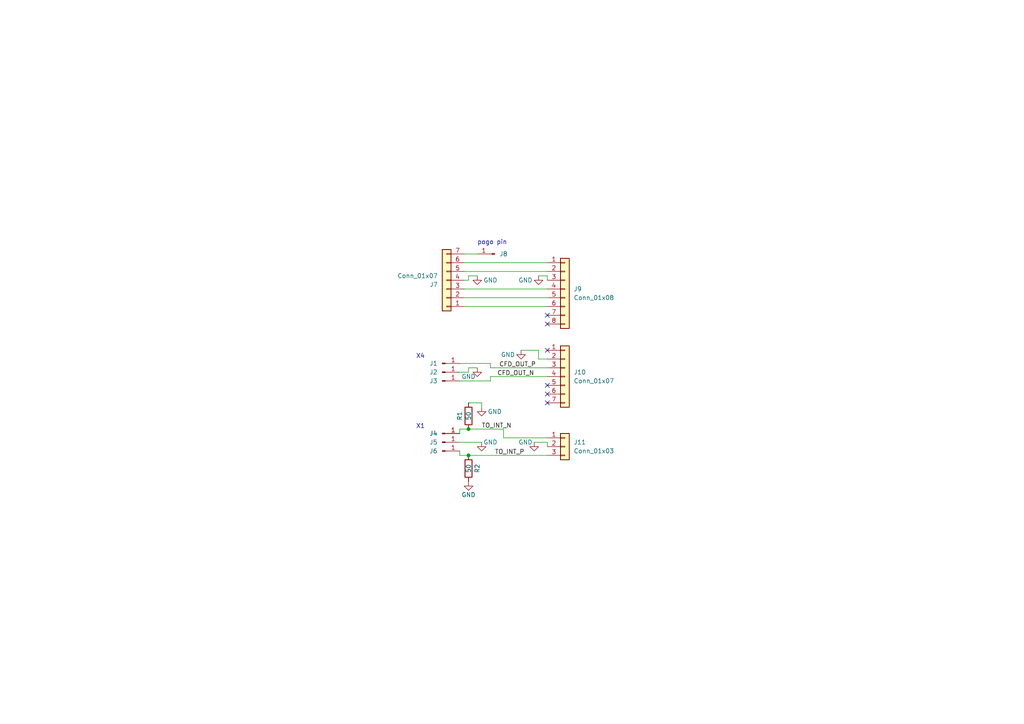
<source format=kicad_sch>
(kicad_sch (version 20230121) (generator eeschema)

  (uuid 48ce9b16-b9c8-4696-bdc3-9fd396081943)

  (paper "A4")

  (lib_symbols
    (symbol "Connector:Conn_01x01_Pin" (pin_names (offset 1.016) hide) (in_bom yes) (on_board yes)
      (property "Reference" "J" (at 0 2.54 0)
        (effects (font (size 1.27 1.27)))
      )
      (property "Value" "Conn_01x01_Pin" (at 0 -2.54 0)
        (effects (font (size 1.27 1.27)))
      )
      (property "Footprint" "" (at 0 0 0)
        (effects (font (size 1.27 1.27)) hide)
      )
      (property "Datasheet" "~" (at 0 0 0)
        (effects (font (size 1.27 1.27)) hide)
      )
      (property "ki_locked" "" (at 0 0 0)
        (effects (font (size 1.27 1.27)))
      )
      (property "ki_keywords" "connector" (at 0 0 0)
        (effects (font (size 1.27 1.27)) hide)
      )
      (property "ki_description" "Generic connector, single row, 01x01, script generated" (at 0 0 0)
        (effects (font (size 1.27 1.27)) hide)
      )
      (property "ki_fp_filters" "Connector*:*_1x??_*" (at 0 0 0)
        (effects (font (size 1.27 1.27)) hide)
      )
      (symbol "Conn_01x01_Pin_1_1"
        (polyline
          (pts
            (xy 1.27 0)
            (xy 0.8636 0)
          )
          (stroke (width 0.1524) (type default))
          (fill (type none))
        )
        (rectangle (start 0.8636 0.127) (end 0 -0.127)
          (stroke (width 0.1524) (type default))
          (fill (type outline))
        )
        (pin passive line (at 5.08 0 180) (length 3.81)
          (name "Pin_1" (effects (font (size 1.27 1.27))))
          (number "1" (effects (font (size 1.27 1.27))))
        )
      )
    )
    (symbol "Connector_Generic:Conn_01x03" (pin_names (offset 1.016) hide) (in_bom yes) (on_board yes)
      (property "Reference" "J" (at 0 5.08 0)
        (effects (font (size 1.27 1.27)))
      )
      (property "Value" "Conn_01x03" (at 0 -5.08 0)
        (effects (font (size 1.27 1.27)))
      )
      (property "Footprint" "" (at 0 0 0)
        (effects (font (size 1.27 1.27)) hide)
      )
      (property "Datasheet" "~" (at 0 0 0)
        (effects (font (size 1.27 1.27)) hide)
      )
      (property "ki_keywords" "connector" (at 0 0 0)
        (effects (font (size 1.27 1.27)) hide)
      )
      (property "ki_description" "Generic connector, single row, 01x03, script generated (kicad-library-utils/schlib/autogen/connector/)" (at 0 0 0)
        (effects (font (size 1.27 1.27)) hide)
      )
      (property "ki_fp_filters" "Connector*:*_1x??_*" (at 0 0 0)
        (effects (font (size 1.27 1.27)) hide)
      )
      (symbol "Conn_01x03_1_1"
        (rectangle (start -1.27 -2.413) (end 0 -2.667)
          (stroke (width 0.1524) (type default))
          (fill (type none))
        )
        (rectangle (start -1.27 0.127) (end 0 -0.127)
          (stroke (width 0.1524) (type default))
          (fill (type none))
        )
        (rectangle (start -1.27 2.667) (end 0 2.413)
          (stroke (width 0.1524) (type default))
          (fill (type none))
        )
        (rectangle (start -1.27 3.81) (end 1.27 -3.81)
          (stroke (width 0.254) (type default))
          (fill (type background))
        )
        (pin passive line (at -5.08 2.54 0) (length 3.81)
          (name "Pin_1" (effects (font (size 1.27 1.27))))
          (number "1" (effects (font (size 1.27 1.27))))
        )
        (pin passive line (at -5.08 0 0) (length 3.81)
          (name "Pin_2" (effects (font (size 1.27 1.27))))
          (number "2" (effects (font (size 1.27 1.27))))
        )
        (pin passive line (at -5.08 -2.54 0) (length 3.81)
          (name "Pin_3" (effects (font (size 1.27 1.27))))
          (number "3" (effects (font (size 1.27 1.27))))
        )
      )
    )
    (symbol "Connector_Generic:Conn_01x07" (pin_names (offset 1.016) hide) (in_bom yes) (on_board yes)
      (property "Reference" "J" (at 0 10.16 0)
        (effects (font (size 1.27 1.27)))
      )
      (property "Value" "Conn_01x07" (at 0 -10.16 0)
        (effects (font (size 1.27 1.27)))
      )
      (property "Footprint" "" (at 0 0 0)
        (effects (font (size 1.27 1.27)) hide)
      )
      (property "Datasheet" "~" (at 0 0 0)
        (effects (font (size 1.27 1.27)) hide)
      )
      (property "ki_keywords" "connector" (at 0 0 0)
        (effects (font (size 1.27 1.27)) hide)
      )
      (property "ki_description" "Generic connector, single row, 01x07, script generated (kicad-library-utils/schlib/autogen/connector/)" (at 0 0 0)
        (effects (font (size 1.27 1.27)) hide)
      )
      (property "ki_fp_filters" "Connector*:*_1x??_*" (at 0 0 0)
        (effects (font (size 1.27 1.27)) hide)
      )
      (symbol "Conn_01x07_1_1"
        (rectangle (start -1.27 -7.493) (end 0 -7.747)
          (stroke (width 0.1524) (type default))
          (fill (type none))
        )
        (rectangle (start -1.27 -4.953) (end 0 -5.207)
          (stroke (width 0.1524) (type default))
          (fill (type none))
        )
        (rectangle (start -1.27 -2.413) (end 0 -2.667)
          (stroke (width 0.1524) (type default))
          (fill (type none))
        )
        (rectangle (start -1.27 0.127) (end 0 -0.127)
          (stroke (width 0.1524) (type default))
          (fill (type none))
        )
        (rectangle (start -1.27 2.667) (end 0 2.413)
          (stroke (width 0.1524) (type default))
          (fill (type none))
        )
        (rectangle (start -1.27 5.207) (end 0 4.953)
          (stroke (width 0.1524) (type default))
          (fill (type none))
        )
        (rectangle (start -1.27 7.747) (end 0 7.493)
          (stroke (width 0.1524) (type default))
          (fill (type none))
        )
        (rectangle (start -1.27 8.89) (end 1.27 -8.89)
          (stroke (width 0.254) (type default))
          (fill (type background))
        )
        (pin passive line (at -5.08 7.62 0) (length 3.81)
          (name "Pin_1" (effects (font (size 1.27 1.27))))
          (number "1" (effects (font (size 1.27 1.27))))
        )
        (pin passive line (at -5.08 5.08 0) (length 3.81)
          (name "Pin_2" (effects (font (size 1.27 1.27))))
          (number "2" (effects (font (size 1.27 1.27))))
        )
        (pin passive line (at -5.08 2.54 0) (length 3.81)
          (name "Pin_3" (effects (font (size 1.27 1.27))))
          (number "3" (effects (font (size 1.27 1.27))))
        )
        (pin passive line (at -5.08 0 0) (length 3.81)
          (name "Pin_4" (effects (font (size 1.27 1.27))))
          (number "4" (effects (font (size 1.27 1.27))))
        )
        (pin passive line (at -5.08 -2.54 0) (length 3.81)
          (name "Pin_5" (effects (font (size 1.27 1.27))))
          (number "5" (effects (font (size 1.27 1.27))))
        )
        (pin passive line (at -5.08 -5.08 0) (length 3.81)
          (name "Pin_6" (effects (font (size 1.27 1.27))))
          (number "6" (effects (font (size 1.27 1.27))))
        )
        (pin passive line (at -5.08 -7.62 0) (length 3.81)
          (name "Pin_7" (effects (font (size 1.27 1.27))))
          (number "7" (effects (font (size 1.27 1.27))))
        )
      )
    )
    (symbol "Connector_Generic:Conn_01x08" (pin_names (offset 1.016) hide) (in_bom yes) (on_board yes)
      (property "Reference" "J" (at 0 10.16 0)
        (effects (font (size 1.27 1.27)))
      )
      (property "Value" "Conn_01x08" (at 0 -12.7 0)
        (effects (font (size 1.27 1.27)))
      )
      (property "Footprint" "" (at 0 0 0)
        (effects (font (size 1.27 1.27)) hide)
      )
      (property "Datasheet" "~" (at 0 0 0)
        (effects (font (size 1.27 1.27)) hide)
      )
      (property "ki_keywords" "connector" (at 0 0 0)
        (effects (font (size 1.27 1.27)) hide)
      )
      (property "ki_description" "Generic connector, single row, 01x08, script generated (kicad-library-utils/schlib/autogen/connector/)" (at 0 0 0)
        (effects (font (size 1.27 1.27)) hide)
      )
      (property "ki_fp_filters" "Connector*:*_1x??_*" (at 0 0 0)
        (effects (font (size 1.27 1.27)) hide)
      )
      (symbol "Conn_01x08_1_1"
        (rectangle (start -1.27 -10.033) (end 0 -10.287)
          (stroke (width 0.1524) (type default))
          (fill (type none))
        )
        (rectangle (start -1.27 -7.493) (end 0 -7.747)
          (stroke (width 0.1524) (type default))
          (fill (type none))
        )
        (rectangle (start -1.27 -4.953) (end 0 -5.207)
          (stroke (width 0.1524) (type default))
          (fill (type none))
        )
        (rectangle (start -1.27 -2.413) (end 0 -2.667)
          (stroke (width 0.1524) (type default))
          (fill (type none))
        )
        (rectangle (start -1.27 0.127) (end 0 -0.127)
          (stroke (width 0.1524) (type default))
          (fill (type none))
        )
        (rectangle (start -1.27 2.667) (end 0 2.413)
          (stroke (width 0.1524) (type default))
          (fill (type none))
        )
        (rectangle (start -1.27 5.207) (end 0 4.953)
          (stroke (width 0.1524) (type default))
          (fill (type none))
        )
        (rectangle (start -1.27 7.747) (end 0 7.493)
          (stroke (width 0.1524) (type default))
          (fill (type none))
        )
        (rectangle (start -1.27 8.89) (end 1.27 -11.43)
          (stroke (width 0.254) (type default))
          (fill (type background))
        )
        (pin passive line (at -5.08 7.62 0) (length 3.81)
          (name "Pin_1" (effects (font (size 1.27 1.27))))
          (number "1" (effects (font (size 1.27 1.27))))
        )
        (pin passive line (at -5.08 5.08 0) (length 3.81)
          (name "Pin_2" (effects (font (size 1.27 1.27))))
          (number "2" (effects (font (size 1.27 1.27))))
        )
        (pin passive line (at -5.08 2.54 0) (length 3.81)
          (name "Pin_3" (effects (font (size 1.27 1.27))))
          (number "3" (effects (font (size 1.27 1.27))))
        )
        (pin passive line (at -5.08 0 0) (length 3.81)
          (name "Pin_4" (effects (font (size 1.27 1.27))))
          (number "4" (effects (font (size 1.27 1.27))))
        )
        (pin passive line (at -5.08 -2.54 0) (length 3.81)
          (name "Pin_5" (effects (font (size 1.27 1.27))))
          (number "5" (effects (font (size 1.27 1.27))))
        )
        (pin passive line (at -5.08 -5.08 0) (length 3.81)
          (name "Pin_6" (effects (font (size 1.27 1.27))))
          (number "6" (effects (font (size 1.27 1.27))))
        )
        (pin passive line (at -5.08 -7.62 0) (length 3.81)
          (name "Pin_7" (effects (font (size 1.27 1.27))))
          (number "7" (effects (font (size 1.27 1.27))))
        )
        (pin passive line (at -5.08 -10.16 0) (length 3.81)
          (name "Pin_8" (effects (font (size 1.27 1.27))))
          (number "8" (effects (font (size 1.27 1.27))))
        )
      )
    )
    (symbol "Device:R" (pin_numbers hide) (pin_names (offset 0)) (in_bom yes) (on_board yes)
      (property "Reference" "R" (at 2.032 0 90)
        (effects (font (size 1.27 1.27)))
      )
      (property "Value" "R" (at 0 0 90)
        (effects (font (size 1.27 1.27)))
      )
      (property "Footprint" "" (at -1.778 0 90)
        (effects (font (size 1.27 1.27)) hide)
      )
      (property "Datasheet" "~" (at 0 0 0)
        (effects (font (size 1.27 1.27)) hide)
      )
      (property "ki_keywords" "R res resistor" (at 0 0 0)
        (effects (font (size 1.27 1.27)) hide)
      )
      (property "ki_description" "Resistor" (at 0 0 0)
        (effects (font (size 1.27 1.27)) hide)
      )
      (property "ki_fp_filters" "R_*" (at 0 0 0)
        (effects (font (size 1.27 1.27)) hide)
      )
      (symbol "R_0_1"
        (rectangle (start -1.016 -2.54) (end 1.016 2.54)
          (stroke (width 0.254) (type default))
          (fill (type none))
        )
      )
      (symbol "R_1_1"
        (pin passive line (at 0 3.81 270) (length 1.27)
          (name "~" (effects (font (size 1.27 1.27))))
          (number "1" (effects (font (size 1.27 1.27))))
        )
        (pin passive line (at 0 -3.81 90) (length 1.27)
          (name "~" (effects (font (size 1.27 1.27))))
          (number "2" (effects (font (size 1.27 1.27))))
        )
      )
    )
    (symbol "power:GND" (power) (pin_names (offset 0)) (in_bom yes) (on_board yes)
      (property "Reference" "#PWR" (at 0 -6.35 0)
        (effects (font (size 1.27 1.27)) hide)
      )
      (property "Value" "GND" (at 0 -3.81 0)
        (effects (font (size 1.27 1.27)))
      )
      (property "Footprint" "" (at 0 0 0)
        (effects (font (size 1.27 1.27)) hide)
      )
      (property "Datasheet" "" (at 0 0 0)
        (effects (font (size 1.27 1.27)) hide)
      )
      (property "ki_keywords" "global power" (at 0 0 0)
        (effects (font (size 1.27 1.27)) hide)
      )
      (property "ki_description" "Power symbol creates a global label with name \"GND\" , ground" (at 0 0 0)
        (effects (font (size 1.27 1.27)) hide)
      )
      (symbol "GND_0_1"
        (polyline
          (pts
            (xy 0 0)
            (xy 0 -1.27)
            (xy 1.27 -1.27)
            (xy 0 -2.54)
            (xy -1.27 -1.27)
            (xy 0 -1.27)
          )
          (stroke (width 0) (type default))
          (fill (type none))
        )
      )
      (symbol "GND_1_1"
        (pin power_in line (at 0 0 270) (length 0) hide
          (name "GND" (effects (font (size 1.27 1.27))))
          (number "1" (effects (font (size 1.27 1.27))))
        )
      )
    )
  )

  (junction (at 135.89 132.08) (diameter 0) (color 0 0 0 0)
    (uuid 103c381b-3a7b-412c-8ab1-2cb62d353d4c)
  )
  (junction (at 135.89 124.46) (diameter 0) (color 0 0 0 0)
    (uuid cbe4047f-6eaf-4f7b-9a52-cba0699c72b5)
  )

  (no_connect (at 158.75 91.44) (uuid 20095bf6-4596-4c3e-8bd4-9b200897a19b))
  (no_connect (at 158.75 93.98) (uuid 56423bbd-0d07-4a56-bbe0-a807d2dc2163))
  (no_connect (at 158.75 101.6) (uuid 6c2cc03f-29ec-4dea-b4e8-83e6652447e1))
  (no_connect (at 158.75 111.76) (uuid 7302d28a-7ac2-4bae-a8af-4ede20aba3a5))
  (no_connect (at 158.75 114.3) (uuid 7521cbc5-ac44-41dd-aae2-ca44290a1237))
  (no_connect (at 158.75 116.84) (uuid fed288a6-2df7-4237-a49f-08d28ecef52c))

  (wire (pts (xy 142.24 109.22) (xy 142.24 110.49))
    (stroke (width 0) (type default))
    (uuid 06180521-a5dc-4e6c-b3fd-3adb774fb2d9)
  )
  (wire (pts (xy 139.7 116.84) (xy 139.7 118.11))
    (stroke (width 0) (type default))
    (uuid 16d43dfc-5c33-4170-983e-82fbb33b1d8d)
  )
  (wire (pts (xy 133.35 132.08) (xy 133.35 130.81))
    (stroke (width 0) (type default))
    (uuid 1a8062d3-4fc5-458d-850b-03595f332f25)
  )
  (wire (pts (xy 156.21 101.6) (xy 156.21 104.14))
    (stroke (width 0) (type default))
    (uuid 1bcbb0a2-b821-4760-861d-9bcf2d0a7d0f)
  )
  (wire (pts (xy 156.21 104.14) (xy 158.75 104.14))
    (stroke (width 0) (type default))
    (uuid 24afbe62-adb8-4414-a80c-9add193f45bd)
  )
  (wire (pts (xy 151.13 101.6) (xy 156.21 101.6))
    (stroke (width 0) (type default))
    (uuid 25ad2328-db36-49b5-a98b-6d756c37be72)
  )
  (wire (pts (xy 142.24 110.49) (xy 133.35 110.49))
    (stroke (width 0) (type default))
    (uuid 2fb827c8-1adb-4fb8-b2f0-79a03307751e)
  )
  (wire (pts (xy 158.75 128.27) (xy 154.94 128.27))
    (stroke (width 0) (type default))
    (uuid 34aac258-42ed-42c5-80bb-c9525c289e8c)
  )
  (wire (pts (xy 142.24 105.41) (xy 133.35 105.41))
    (stroke (width 0) (type default))
    (uuid 35415e67-7868-4487-9315-6ba286769185)
  )
  (wire (pts (xy 135.89 107.95) (xy 133.35 107.95))
    (stroke (width 0) (type default))
    (uuid 380d1bab-c777-44f2-8368-c52431a58616)
  )
  (wire (pts (xy 133.35 128.27) (xy 139.7 128.27))
    (stroke (width 0) (type default))
    (uuid 3d1b91d5-7cd6-494a-bdbf-d9ecbc3a4b5e)
  )
  (wire (pts (xy 146.05 124.46) (xy 146.05 127))
    (stroke (width 0) (type default))
    (uuid 4f0f578e-c955-407f-beb9-d46de9ed170d)
  )
  (wire (pts (xy 158.75 106.68) (xy 142.24 106.68))
    (stroke (width 0) (type default))
    (uuid 5ec29dc4-c606-4db6-8063-cd221a366214)
  )
  (wire (pts (xy 158.75 80.01) (xy 158.75 81.28))
    (stroke (width 0) (type default))
    (uuid 64e566c4-daa5-4c85-b0d3-5a9fb0edbcbf)
  )
  (wire (pts (xy 135.89 80.01) (xy 135.89 81.28))
    (stroke (width 0) (type default))
    (uuid 7e7c61d1-ddd8-4e68-acfb-14dd67abce90)
  )
  (wire (pts (xy 158.75 109.22) (xy 142.24 109.22))
    (stroke (width 0) (type default))
    (uuid 8374b3e2-e753-4d4e-821a-62fd2b5e4f1b)
  )
  (wire (pts (xy 135.89 80.01) (xy 138.43 80.01))
    (stroke (width 0) (type default))
    (uuid 887236e2-ac07-4d19-b2de-5ce8f89231bb)
  )
  (wire (pts (xy 135.89 106.68) (xy 138.43 106.68))
    (stroke (width 0) (type default))
    (uuid 8b002007-955c-425b-ae08-d28e34bcc841)
  )
  (wire (pts (xy 133.35 132.08) (xy 135.89 132.08))
    (stroke (width 0) (type default))
    (uuid 8fa29c47-73bd-44d9-9bfc-2f04de29ed69)
  )
  (wire (pts (xy 156.21 80.01) (xy 158.75 80.01))
    (stroke (width 0) (type default))
    (uuid 945e5825-407e-4381-bc6e-77dae771edf0)
  )
  (wire (pts (xy 138.43 73.66) (xy 134.62 73.66))
    (stroke (width 0) (type default))
    (uuid 946cc056-d4e1-49f1-9671-40bfac26a030)
  )
  (wire (pts (xy 135.89 116.84) (xy 139.7 116.84))
    (stroke (width 0) (type default))
    (uuid a0e22fab-87a5-4bd6-9b67-7c7431f65dd2)
  )
  (wire (pts (xy 134.62 83.82) (xy 158.75 83.82))
    (stroke (width 0) (type default))
    (uuid a0fb52ac-39b1-44d8-b265-03767307b102)
  )
  (wire (pts (xy 142.24 106.68) (xy 142.24 105.41))
    (stroke (width 0) (type default))
    (uuid b0f7303d-1043-4d30-b9fe-c85782b75219)
  )
  (wire (pts (xy 134.62 76.2) (xy 158.75 76.2))
    (stroke (width 0) (type default))
    (uuid b1951fb9-cdd1-4fe7-9f75-c7c6c069d385)
  )
  (wire (pts (xy 133.35 124.46) (xy 135.89 124.46))
    (stroke (width 0) (type default))
    (uuid baa1a635-77e0-4568-8793-62d24281ee26)
  )
  (wire (pts (xy 134.62 78.74) (xy 158.75 78.74))
    (stroke (width 0) (type default))
    (uuid bf493295-68c9-4c05-9a6e-f17d6bd5097d)
  )
  (wire (pts (xy 135.89 132.08) (xy 158.75 132.08))
    (stroke (width 0) (type default))
    (uuid c4ac2e86-0747-4b5a-a2d4-3a50709dcbf7)
  )
  (wire (pts (xy 133.35 124.46) (xy 133.35 125.73))
    (stroke (width 0) (type default))
    (uuid cd7ca22c-109b-4256-9654-7fd20990c157)
  )
  (wire (pts (xy 135.89 106.68) (xy 135.89 107.95))
    (stroke (width 0) (type default))
    (uuid d8f9d6b0-13c0-4632-80bf-da9a36fccc1c)
  )
  (wire (pts (xy 134.62 88.9) (xy 158.75 88.9))
    (stroke (width 0) (type default))
    (uuid e8f8af8f-7355-4de0-afb9-135bd954d2ba)
  )
  (wire (pts (xy 134.62 86.36) (xy 158.75 86.36))
    (stroke (width 0) (type default))
    (uuid ec15b0c4-ddfb-4dac-b404-35daf9d32262)
  )
  (wire (pts (xy 146.05 127) (xy 158.75 127))
    (stroke (width 0) (type default))
    (uuid eda0d56c-40c7-4fae-b889-811a6de6e440)
  )
  (wire (pts (xy 158.75 129.54) (xy 158.75 128.27))
    (stroke (width 0) (type default))
    (uuid f2151585-c3c5-4c70-bdf4-d8aa52877b86)
  )
  (wire (pts (xy 135.89 81.28) (xy 134.62 81.28))
    (stroke (width 0) (type default))
    (uuid f4d5093a-a28a-4f31-801a-7dfb0c3edfb1)
  )
  (wire (pts (xy 135.89 124.46) (xy 146.05 124.46))
    (stroke (width 0) (type default))
    (uuid f8f6739e-96c9-4fc7-8ce5-bdd5ad610343)
  )

  (text "X1" (at 120.65 124.46 0)
    (effects (font (size 1.27 1.27)) (justify left bottom))
    (uuid 31933c96-5f49-4712-a061-b7a1142736e0)
  )
  (text "pogo pin\n" (at 138.43 71.12 0)
    (effects (font (size 1.27 1.27)) (justify left bottom))
    (uuid 58c1c8f5-4934-44cb-b2b5-c2aea8468997)
  )
  (text "X4\n" (at 120.65 104.14 0)
    (effects (font (size 1.27 1.27)) (justify left bottom))
    (uuid 5e6ebdf3-c8fb-45c5-98fd-a3c6181d2542)
  )

  (label "TO_INT_P" (at 143.51 132.08 0) (fields_autoplaced)
    (effects (font (size 1.27 1.27)) (justify left bottom))
    (uuid 2b60384b-c6b7-4571-a8fb-a365db1c5962)
  )
  (label "TO_INT_N" (at 139.7 124.46 0) (fields_autoplaced)
    (effects (font (size 1.27 1.27)) (justify left bottom))
    (uuid 748d6263-59a4-43f6-84e5-593865b1bcd0)
  )
  (label "CFD_OUT_P" (at 144.78 106.68 0) (fields_autoplaced)
    (effects (font (size 1.27 1.27)) (justify left bottom))
    (uuid aa55d0c1-9f98-4881-84e1-91f48dfb35f0)
  )
  (label "CFD_OUT_N" (at 154.94 109.22 180) (fields_autoplaced)
    (effects (font (size 1.27 1.27)) (justify right bottom))
    (uuid d13ae884-22e2-4edc-93bb-2cfbe3bf9ad5)
  )

  (symbol (lib_id "Connector:Conn_01x01_Pin") (at 128.27 105.41 0) (unit 1)
    (in_bom yes) (on_board yes) (dnp no)
    (uuid 0647208a-986c-4855-a772-7424270b1db0)
    (property "Reference" "J1" (at 125.73 105.41 0)
      (effects (font (size 1.27 1.27)))
    )
    (property "Value" "Conn_01x01_Pin" (at 128.905 102.87 0)
      (effects (font (size 1.27 1.27)) hide)
    )
    (property "Footprint" "TestPoint:TestPoint_Loop_D1.80mm_Drill1.0mm_Beaded" (at 128.27 105.41 0)
      (effects (font (size 1.27 1.27)) hide)
    )
    (property "Datasheet" "~" (at 128.27 105.41 0)
      (effects (font (size 1.27 1.27)) hide)
    )
    (pin "1" (uuid dd6db485-5088-488b-a866-40c4096f4820))
    (instances
      (project "signal_sniffer"
        (path "/48ce9b16-b9c8-4696-bdc3-9fd396081943"
          (reference "J1") (unit 1)
        )
      )
    )
  )

  (symbol (lib_id "Connector:Conn_01x01_Pin") (at 128.27 128.27 0) (unit 1)
    (in_bom yes) (on_board yes) (dnp no)
    (uuid 0f9f37ca-4db6-4063-8596-a5e0956ebe66)
    (property "Reference" "J5" (at 125.73 128.27 0)
      (effects (font (size 1.27 1.27)))
    )
    (property "Value" "Conn_01x01_Pin" (at 128.905 125.73 0)
      (effects (font (size 1.27 1.27)) hide)
    )
    (property "Footprint" "TestPoint:TestPoint_Loop_D1.80mm_Drill1.0mm_Beaded" (at 128.27 128.27 0)
      (effects (font (size 1.27 1.27)) hide)
    )
    (property "Datasheet" "~" (at 128.27 128.27 0)
      (effects (font (size 1.27 1.27)) hide)
    )
    (pin "1" (uuid 2a16523f-0366-49f1-a287-b8562a02d722))
    (instances
      (project "signal_sniffer"
        (path "/48ce9b16-b9c8-4696-bdc3-9fd396081943"
          (reference "J5") (unit 1)
        )
      )
    )
  )

  (symbol (lib_id "Connector_Generic:Conn_01x08") (at 163.83 83.82 0) (unit 1)
    (in_bom yes) (on_board yes) (dnp no) (fields_autoplaced)
    (uuid 1d62b1dd-6cb7-4b46-bcc2-52c67226d668)
    (property "Reference" "J9" (at 166.37 83.82 0)
      (effects (font (size 1.27 1.27)) (justify left))
    )
    (property "Value" "Conn_01x08" (at 166.37 86.36 0)
      (effects (font (size 1.27 1.27)) (justify left))
    )
    (property "Footprint" "Connector_PinSocket_2.54mm:PinSocket_1x08_P2.54mm_Vertical" (at 163.83 83.82 0)
      (effects (font (size 1.27 1.27)) hide)
    )
    (property "Datasheet" "~" (at 163.83 83.82 0)
      (effects (font (size 1.27 1.27)) hide)
    )
    (pin "3" (uuid b8909af3-0b5c-4599-ad68-2a2732d0bc3f))
    (pin "4" (uuid 1cd4898b-0d31-437a-9ba2-ef135a87512c))
    (pin "2" (uuid 14e71a0f-f23d-49df-bddd-f6d58bdcb649))
    (pin "7" (uuid 0b7d48e8-db96-43ce-a7e5-34bca89f3ef2))
    (pin "1" (uuid 7262b4f2-e557-4766-8e0b-1e944ce1111c))
    (pin "8" (uuid d0c3a10d-6f6f-4c33-9a43-f636785e92c2))
    (pin "6" (uuid f9d15e86-83e1-4ca5-9151-16ac832780a7))
    (pin "5" (uuid b1284c9b-6137-44ca-b4f5-c557d9bd5b2f))
    (instances
      (project "signal_sniffer"
        (path "/48ce9b16-b9c8-4696-bdc3-9fd396081943"
          (reference "J9") (unit 1)
        )
      )
    )
  )

  (symbol (lib_id "Device:R") (at 135.89 120.65 180) (unit 1)
    (in_bom yes) (on_board yes) (dnp no)
    (uuid 376be944-5131-44ad-9aa8-f0dfb1cf1fc3)
    (property "Reference" "R1" (at 133.35 120.65 90)
      (effects (font (size 1.27 1.27)))
    )
    (property "Value" "50" (at 135.89 120.65 90)
      (effects (font (size 1.27 1.27)))
    )
    (property "Footprint" "Resistor_SMD:R_0603_1608Metric" (at 137.668 120.65 90)
      (effects (font (size 1.27 1.27)) hide)
    )
    (property "Datasheet" "~" (at 135.89 120.65 0)
      (effects (font (size 1.27 1.27)) hide)
    )
    (pin "1" (uuid 78a0eb1a-ad0a-42f6-8362-22da06e1ce82))
    (pin "2" (uuid 422bfc29-34ac-4489-ae9b-67894c00af56))
    (instances
      (project "signal_sniffer"
        (path "/48ce9b16-b9c8-4696-bdc3-9fd396081943"
          (reference "R1") (unit 1)
        )
      )
    )
  )

  (symbol (lib_id "Connector:Conn_01x01_Pin") (at 128.27 107.95 0) (unit 1)
    (in_bom yes) (on_board yes) (dnp no)
    (uuid 470931fd-d009-44af-a33a-908404a7a1c5)
    (property "Reference" "J2" (at 125.73 107.95 0)
      (effects (font (size 1.27 1.27)))
    )
    (property "Value" "Conn_01x01_Pin" (at 128.905 105.41 0)
      (effects (font (size 1.27 1.27)) hide)
    )
    (property "Footprint" "TestPoint:TestPoint_Loop_D1.80mm_Drill1.0mm_Beaded" (at 128.27 107.95 0)
      (effects (font (size 1.27 1.27)) hide)
    )
    (property "Datasheet" "~" (at 128.27 107.95 0)
      (effects (font (size 1.27 1.27)) hide)
    )
    (pin "1" (uuid 6bf7d6de-66e3-4f5f-ac02-8abdfa8b568b))
    (instances
      (project "signal_sniffer"
        (path "/48ce9b16-b9c8-4696-bdc3-9fd396081943"
          (reference "J2") (unit 1)
        )
      )
    )
  )

  (symbol (lib_id "power:GND") (at 139.7 118.11 0) (unit 1)
    (in_bom yes) (on_board yes) (dnp no)
    (uuid 71249427-3069-4ad4-ab8c-e0c57efd69d8)
    (property "Reference" "#PWR04" (at 139.7 124.46 0)
      (effects (font (size 1.27 1.27)) hide)
    )
    (property "Value" "GND" (at 143.51 119.38 0)
      (effects (font (size 1.27 1.27)))
    )
    (property "Footprint" "" (at 139.7 118.11 0)
      (effects (font (size 1.27 1.27)) hide)
    )
    (property "Datasheet" "" (at 139.7 118.11 0)
      (effects (font (size 1.27 1.27)) hide)
    )
    (pin "1" (uuid b5400d23-2d71-4136-904d-0350bf1c32a5))
    (instances
      (project "signal_sniffer"
        (path "/48ce9b16-b9c8-4696-bdc3-9fd396081943"
          (reference "#PWR04") (unit 1)
        )
      )
    )
  )

  (symbol (lib_id "Connector:Conn_01x01_Pin") (at 128.27 110.49 0) (unit 1)
    (in_bom yes) (on_board yes) (dnp no)
    (uuid 900695d1-2426-42fe-afba-95015f0c0f6f)
    (property "Reference" "J3" (at 125.73 110.49 0)
      (effects (font (size 1.27 1.27)))
    )
    (property "Value" "Conn_01x01_Pin" (at 128.905 107.95 0)
      (effects (font (size 1.27 1.27)) hide)
    )
    (property "Footprint" "TestPoint:TestPoint_Loop_D1.80mm_Drill1.0mm_Beaded" (at 128.27 110.49 0)
      (effects (font (size 1.27 1.27)) hide)
    )
    (property "Datasheet" "~" (at 128.27 110.49 0)
      (effects (font (size 1.27 1.27)) hide)
    )
    (pin "1" (uuid 6b71098b-53f9-4d3e-a5e4-750aeb32d00c))
    (instances
      (project "signal_sniffer"
        (path "/48ce9b16-b9c8-4696-bdc3-9fd396081943"
          (reference "J3") (unit 1)
        )
      )
    )
  )

  (symbol (lib_id "Connector_Generic:Conn_01x03") (at 163.83 129.54 0) (unit 1)
    (in_bom yes) (on_board yes) (dnp no) (fields_autoplaced)
    (uuid 9c0803f3-3c42-4a2a-a791-848ff07b8002)
    (property "Reference" "J11" (at 166.37 128.27 0)
      (effects (font (size 1.27 1.27)) (justify left))
    )
    (property "Value" "Conn_01x03" (at 166.37 130.81 0)
      (effects (font (size 1.27 1.27)) (justify left))
    )
    (property "Footprint" "Connector_PinSocket_2.54mm:PinSocket_1x03_P2.54mm_Vertical" (at 163.83 129.54 0)
      (effects (font (size 1.27 1.27)) hide)
    )
    (property "Datasheet" "~" (at 163.83 129.54 0)
      (effects (font (size 1.27 1.27)) hide)
    )
    (pin "2" (uuid 45d40ed2-13cc-47d3-b006-ea42d7ec8015))
    (pin "3" (uuid 50b34e8d-d40f-4c68-ad4c-627f2e0e3aaf))
    (pin "1" (uuid ff51de9d-ea7f-4f3b-b673-13076a9fd721))
    (instances
      (project "signal_sniffer"
        (path "/48ce9b16-b9c8-4696-bdc3-9fd396081943"
          (reference "J11") (unit 1)
        )
      )
    )
  )

  (symbol (lib_id "Connector:Conn_01x01_Pin") (at 143.51 73.66 180) (unit 1)
    (in_bom yes) (on_board yes) (dnp no)
    (uuid a9c3e4c3-493e-4024-af08-0fa1846e1ed9)
    (property "Reference" "J8" (at 146.05 73.66 0)
      (effects (font (size 1.27 1.27)))
    )
    (property "Value" "Conn_01x01_Pin" (at 142.875 76.2 0)
      (effects (font (size 1.27 1.27)) hide)
    )
    (property "Footprint" "TestPoint:TestPoint_THTPad_D1.5mm_Drill0.7mm" (at 143.51 73.66 0)
      (effects (font (size 1.27 1.27)) hide)
    )
    (property "Datasheet" "~" (at 143.51 73.66 0)
      (effects (font (size 1.27 1.27)) hide)
    )
    (pin "1" (uuid 58590bf8-74cd-48f5-a2a2-b36ee9572fad))
    (instances
      (project "signal_sniffer"
        (path "/48ce9b16-b9c8-4696-bdc3-9fd396081943"
          (reference "J8") (unit 1)
        )
      )
    )
  )

  (symbol (lib_id "power:GND") (at 139.7 128.27 0) (unit 1)
    (in_bom yes) (on_board yes) (dnp no)
    (uuid b165fcf8-2802-42dd-afe2-516a8e85985c)
    (property "Reference" "#PWR05" (at 139.7 134.62 0)
      (effects (font (size 1.27 1.27)) hide)
    )
    (property "Value" "GND" (at 142.24 128.27 0)
      (effects (font (size 1.27 1.27)))
    )
    (property "Footprint" "" (at 139.7 128.27 0)
      (effects (font (size 1.27 1.27)) hide)
    )
    (property "Datasheet" "" (at 139.7 128.27 0)
      (effects (font (size 1.27 1.27)) hide)
    )
    (pin "1" (uuid b5b21d72-80c3-4ffb-a0cb-eb4c5ca99bfd))
    (instances
      (project "signal_sniffer"
        (path "/48ce9b16-b9c8-4696-bdc3-9fd396081943"
          (reference "#PWR05") (unit 1)
        )
      )
    )
  )

  (symbol (lib_id "Connector_Generic:Conn_01x07") (at 163.83 109.22 0) (unit 1)
    (in_bom yes) (on_board yes) (dnp no) (fields_autoplaced)
    (uuid b88dd6fb-a068-464a-8406-b19bde69b44a)
    (property "Reference" "J10" (at 166.37 107.95 0)
      (effects (font (size 1.27 1.27)) (justify left))
    )
    (property "Value" "Conn_01x07" (at 166.37 110.49 0)
      (effects (font (size 1.27 1.27)) (justify left))
    )
    (property "Footprint" "Connector_PinSocket_2.54mm:PinSocket_1x07_P2.54mm_Vertical" (at 163.83 109.22 0)
      (effects (font (size 1.27 1.27)) hide)
    )
    (property "Datasheet" "~" (at 163.83 109.22 0)
      (effects (font (size 1.27 1.27)) hide)
    )
    (pin "5" (uuid 14b2491c-336a-4a3a-aedb-4d1ecbf8976a))
    (pin "2" (uuid c725fcb7-1ba6-4152-9d2e-0f5e87851aab))
    (pin "4" (uuid dc1605e4-7ccc-4881-bdf1-1e33e55e3cb2))
    (pin "3" (uuid 75068d11-def5-48db-b581-f3a07754f48e))
    (pin "6" (uuid d3f4064b-1b86-4a66-a12d-86c4da52dc38))
    (pin "7" (uuid 1c495e8b-6537-4248-9c15-81d3255bad3d))
    (pin "1" (uuid b05f30f9-3420-455f-918a-c3e35c9be9a9))
    (instances
      (project "signal_sniffer"
        (path "/48ce9b16-b9c8-4696-bdc3-9fd396081943"
          (reference "J10") (unit 1)
        )
      )
    )
  )

  (symbol (lib_id "power:GND") (at 154.94 128.27 0) (unit 1)
    (in_bom yes) (on_board yes) (dnp no)
    (uuid bb20a347-cbf8-4a15-90c3-b2c57492aa62)
    (property "Reference" "#PWR07" (at 154.94 134.62 0)
      (effects (font (size 1.27 1.27)) hide)
    )
    (property "Value" "GND" (at 152.4 128.27 0)
      (effects (font (size 1.27 1.27)))
    )
    (property "Footprint" "" (at 154.94 128.27 0)
      (effects (font (size 1.27 1.27)) hide)
    )
    (property "Datasheet" "" (at 154.94 128.27 0)
      (effects (font (size 1.27 1.27)) hide)
    )
    (pin "1" (uuid b91b1397-a60c-484f-9137-a2235310d5eb))
    (instances
      (project "signal_sniffer"
        (path "/48ce9b16-b9c8-4696-bdc3-9fd396081943"
          (reference "#PWR07") (unit 1)
        )
      )
    )
  )

  (symbol (lib_id "power:GND") (at 151.13 101.6 0) (unit 1)
    (in_bom yes) (on_board yes) (dnp no)
    (uuid c7c807a9-878c-4ac6-8e86-cb3d4c5a9ac2)
    (property "Reference" "#PWR06" (at 151.13 107.95 0)
      (effects (font (size 1.27 1.27)) hide)
    )
    (property "Value" "GND" (at 147.32 102.87 0)
      (effects (font (size 1.27 1.27)))
    )
    (property "Footprint" "" (at 151.13 101.6 0)
      (effects (font (size 1.27 1.27)) hide)
    )
    (property "Datasheet" "" (at 151.13 101.6 0)
      (effects (font (size 1.27 1.27)) hide)
    )
    (pin "1" (uuid 212dd8e0-81f6-48e1-ae2c-8b078b440adf))
    (instances
      (project "signal_sniffer"
        (path "/48ce9b16-b9c8-4696-bdc3-9fd396081943"
          (reference "#PWR06") (unit 1)
        )
      )
    )
  )

  (symbol (lib_id "Connector:Conn_01x01_Pin") (at 128.27 130.81 0) (unit 1)
    (in_bom yes) (on_board yes) (dnp no)
    (uuid c90f210a-22ae-4aa1-87c2-27ecedf067c8)
    (property "Reference" "J6" (at 125.73 130.81 0)
      (effects (font (size 1.27 1.27)))
    )
    (property "Value" "Conn_01x01_Pin" (at 128.905 128.27 0)
      (effects (font (size 1.27 1.27)) hide)
    )
    (property "Footprint" "TestPoint:TestPoint_Loop_D1.80mm_Drill1.0mm_Beaded" (at 128.27 130.81 0)
      (effects (font (size 1.27 1.27)) hide)
    )
    (property "Datasheet" "~" (at 128.27 130.81 0)
      (effects (font (size 1.27 1.27)) hide)
    )
    (pin "1" (uuid 7d6b4aad-2bfc-4a08-99bb-7094494402b4))
    (instances
      (project "signal_sniffer"
        (path "/48ce9b16-b9c8-4696-bdc3-9fd396081943"
          (reference "J6") (unit 1)
        )
      )
    )
  )

  (symbol (lib_id "power:GND") (at 138.43 80.01 0) (unit 1)
    (in_bom yes) (on_board yes) (dnp no)
    (uuid cf7af432-a334-4e6a-9904-d142057d7094)
    (property "Reference" "#PWR02" (at 138.43 86.36 0)
      (effects (font (size 1.27 1.27)) hide)
    )
    (property "Value" "GND" (at 142.24 81.28 0)
      (effects (font (size 1.27 1.27)))
    )
    (property "Footprint" "" (at 138.43 80.01 0)
      (effects (font (size 1.27 1.27)) hide)
    )
    (property "Datasheet" "" (at 138.43 80.01 0)
      (effects (font (size 1.27 1.27)) hide)
    )
    (pin "1" (uuid 641a6b3a-b615-42ea-8ea8-51eaf7bdab28))
    (instances
      (project "signal_sniffer"
        (path "/48ce9b16-b9c8-4696-bdc3-9fd396081943"
          (reference "#PWR02") (unit 1)
        )
      )
    )
  )

  (symbol (lib_id "Device:R") (at 135.89 135.89 180) (unit 1)
    (in_bom yes) (on_board yes) (dnp no)
    (uuid d3fa9f8a-1802-4490-9b42-7695d0a8483e)
    (property "Reference" "R2" (at 138.43 135.89 90)
      (effects (font (size 1.27 1.27)))
    )
    (property "Value" "50" (at 135.89 135.89 90)
      (effects (font (size 1.27 1.27)))
    )
    (property "Footprint" "Resistor_SMD:R_0603_1608Metric" (at 137.668 135.89 90)
      (effects (font (size 1.27 1.27)) hide)
    )
    (property "Datasheet" "~" (at 135.89 135.89 0)
      (effects (font (size 1.27 1.27)) hide)
    )
    (pin "1" (uuid e21a3868-10e8-406a-ae8e-edbb50864947))
    (pin "2" (uuid 63fbbe58-ae56-4093-b3ce-e1fb67e69862))
    (instances
      (project "signal_sniffer"
        (path "/48ce9b16-b9c8-4696-bdc3-9fd396081943"
          (reference "R2") (unit 1)
        )
      )
    )
  )

  (symbol (lib_id "power:GND") (at 135.89 139.7 0) (unit 1)
    (in_bom yes) (on_board yes) (dnp no)
    (uuid d49ced18-c0b9-4880-aae8-21f9b6373ba0)
    (property "Reference" "#PWR01" (at 135.89 146.05 0)
      (effects (font (size 1.27 1.27)) hide)
    )
    (property "Value" "GND" (at 135.89 143.51 0)
      (effects (font (size 1.27 1.27)))
    )
    (property "Footprint" "" (at 135.89 139.7 0)
      (effects (font (size 1.27 1.27)) hide)
    )
    (property "Datasheet" "" (at 135.89 139.7 0)
      (effects (font (size 1.27 1.27)) hide)
    )
    (pin "1" (uuid 109d5aa7-264f-40d3-854d-daa34985d32d))
    (instances
      (project "signal_sniffer"
        (path "/48ce9b16-b9c8-4696-bdc3-9fd396081943"
          (reference "#PWR01") (unit 1)
        )
      )
    )
  )

  (symbol (lib_id "power:GND") (at 138.43 106.68 0) (unit 1)
    (in_bom yes) (on_board yes) (dnp no)
    (uuid f1e2b0a8-7cba-437d-ab00-cbf11bb82cff)
    (property "Reference" "#PWR03" (at 138.43 113.03 0)
      (effects (font (size 1.27 1.27)) hide)
    )
    (property "Value" "GND" (at 135.89 109.22 0)
      (effects (font (size 1.27 1.27)))
    )
    (property "Footprint" "" (at 138.43 106.68 0)
      (effects (font (size 1.27 1.27)) hide)
    )
    (property "Datasheet" "" (at 138.43 106.68 0)
      (effects (font (size 1.27 1.27)) hide)
    )
    (pin "1" (uuid 10da889d-7935-477e-bcd2-39115f893113))
    (instances
      (project "signal_sniffer"
        (path "/48ce9b16-b9c8-4696-bdc3-9fd396081943"
          (reference "#PWR03") (unit 1)
        )
      )
    )
  )

  (symbol (lib_id "Connector:Conn_01x01_Pin") (at 128.27 125.73 0) (unit 1)
    (in_bom yes) (on_board yes) (dnp no)
    (uuid f4b94269-721d-4b7b-8acb-3b51b25c3b6d)
    (property "Reference" "J4" (at 125.73 125.73 0)
      (effects (font (size 1.27 1.27)))
    )
    (property "Value" "Conn_01x01_Pin" (at 128.905 123.19 0)
      (effects (font (size 1.27 1.27)) hide)
    )
    (property "Footprint" "TestPoint:TestPoint_Loop_D1.80mm_Drill1.0mm_Beaded" (at 128.27 125.73 0)
      (effects (font (size 1.27 1.27)) hide)
    )
    (property "Datasheet" "~" (at 128.27 125.73 0)
      (effects (font (size 1.27 1.27)) hide)
    )
    (pin "1" (uuid f0c131f1-9a0a-4609-9df7-9d948284f2f2))
    (instances
      (project "signal_sniffer"
        (path "/48ce9b16-b9c8-4696-bdc3-9fd396081943"
          (reference "J4") (unit 1)
        )
      )
    )
  )

  (symbol (lib_id "power:GND") (at 156.21 80.01 0) (unit 1)
    (in_bom yes) (on_board yes) (dnp no)
    (uuid f8c04ec1-6afe-44cc-9af2-7fef150f121e)
    (property "Reference" "#PWR08" (at 156.21 86.36 0)
      (effects (font (size 1.27 1.27)) hide)
    )
    (property "Value" "GND" (at 152.4 81.28 0)
      (effects (font (size 1.27 1.27)))
    )
    (property "Footprint" "" (at 156.21 80.01 0)
      (effects (font (size 1.27 1.27)) hide)
    )
    (property "Datasheet" "" (at 156.21 80.01 0)
      (effects (font (size 1.27 1.27)) hide)
    )
    (pin "1" (uuid 0d55e5da-7c74-472f-bec1-9d16a0768894))
    (instances
      (project "signal_sniffer"
        (path "/48ce9b16-b9c8-4696-bdc3-9fd396081943"
          (reference "#PWR08") (unit 1)
        )
      )
    )
  )

  (symbol (lib_id "Connector_Generic:Conn_01x07") (at 129.54 81.28 180) (unit 1)
    (in_bom yes) (on_board yes) (dnp no)
    (uuid fa2bbc33-7548-4f35-932e-7fa85028d6da)
    (property "Reference" "J7" (at 127 82.55 0)
      (effects (font (size 1.27 1.27)) (justify left))
    )
    (property "Value" "Conn_01x07" (at 127 80.01 0)
      (effects (font (size 1.27 1.27)) (justify left))
    )
    (property "Footprint" "Connector_PinHeader_2.54mm:PinHeader_1x07_P2.54mm_Horizontal" (at 129.54 81.28 0)
      (effects (font (size 1.27 1.27)) hide)
    )
    (property "Datasheet" "~" (at 129.54 81.28 0)
      (effects (font (size 1.27 1.27)) hide)
    )
    (pin "3" (uuid 20ab311a-1545-4b6e-9563-0064db3af498))
    (pin "1" (uuid 493d482d-1b8d-4828-bfc4-8b6521a80b49))
    (pin "4" (uuid ab7e86cb-231d-4e2e-b3b6-9ca1cad85884))
    (pin "7" (uuid f9fb909f-8388-4467-a561-4c0f3ce27f37))
    (pin "6" (uuid 4a501793-9292-4b08-8d41-a4d077ea2967))
    (pin "5" (uuid 49097f77-9266-4fa0-8469-62fb9f64fef6))
    (pin "2" (uuid a78a311e-0125-436c-9900-9cc4ef14395b))
    (instances
      (project "signal_sniffer"
        (path "/48ce9b16-b9c8-4696-bdc3-9fd396081943"
          (reference "J7") (unit 1)
        )
      )
    )
  )

  (sheet_instances
    (path "/" (page "1"))
  )
)

</source>
